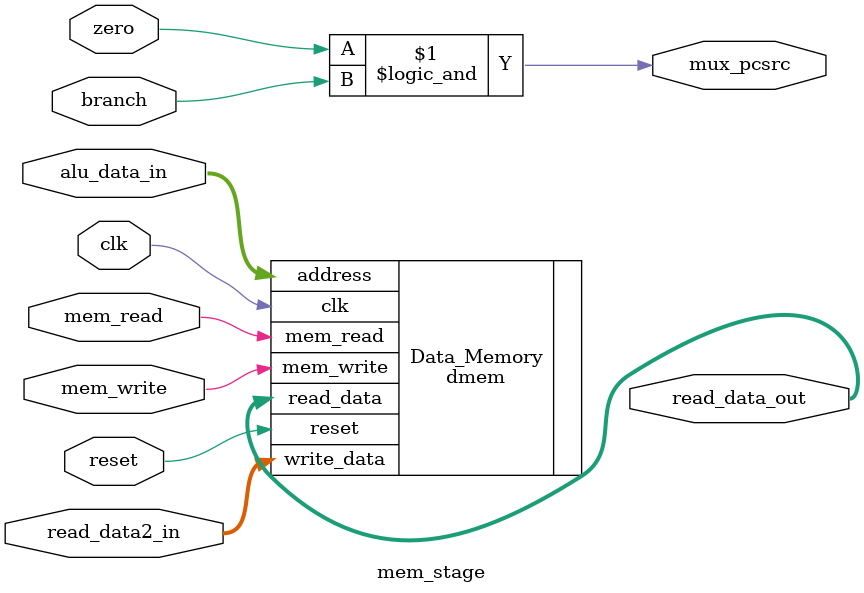
<source format=v>
/*
Memory Stage 

*/


module mem_stage(
	input clk,reset,
	input [31:0] alu_data_in,read_data2_in,
	input mem_write,mem_read,zero,branch,
	
	
	output mux_pcsrc,
	output [31:0] read_data_out
);
	
	dmem Data_Memory(.clk(clk),.reset(reset),.mem_write(mem_write),.mem_read(mem_read),.address(alu_data_in),.write_data(read_data2_in),.read_data(read_data_out));
	assign mux_pcsrc = zero && branch ;
endmodule
</source>
